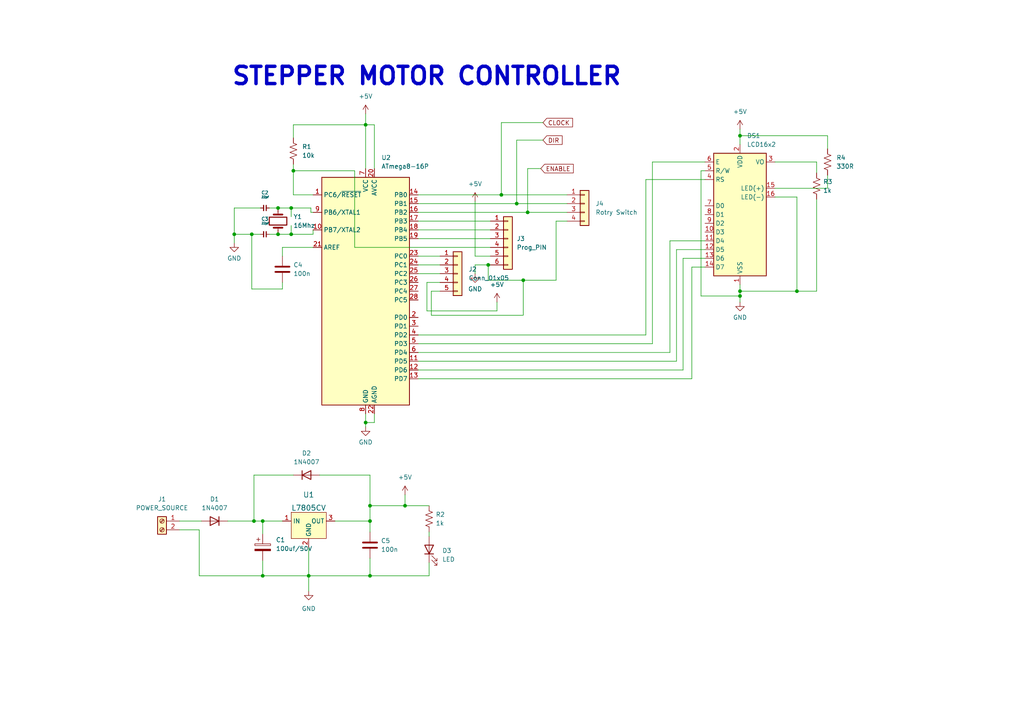
<source format=kicad_sch>
(kicad_sch (version 20211123) (generator eeschema)
  (paper "A4")
  (lib_symbols
    (symbol "Connector:Screw_Terminal_01x02" (pin_names (offset 1.016) hide)
      (property "Reference" "J" (at 0 2.54 0))
      (property "Value" "Screw_Terminal_01x02" (at 0 -5.08 0))
      (symbol "Screw_Terminal_01x02_1_1"
        (rectangle (start -1.27 1.27) (end 1.27 -3.81) (stroke (width 0.254)) (fill (type background)))
        (circle (center 0 -2.54) (radius 0.635) (stroke (width 0.1524)))
        (polyline (pts (xy -0.5334 -2.2098) (xy 0.3302 -3.048)) (stroke (width 0.1524)))
        (polyline (pts (xy -0.5334 0.3302) (xy 0.3302 -0.508)) (stroke (width 0.1524)))
        (polyline (pts (xy -0.3556 -2.032) (xy 0.508 -2.8702)) (stroke (width 0.1524)))
        (polyline (pts (xy -0.3556 0.508) (xy 0.508 -0.3302)) (stroke (width 0.1524)))
        (circle (center 0 0) (radius 0.635) (stroke (width 0.1524)))
        (pin passive line (at -5.08 0 0) (length 3.81) (name "Pin_1") (number "1"))
        (pin passive line (at -5.08 -2.54 0) (length 3.81) (name "Pin_2") (number "2"))
      )
    )
    (symbol "Connector_Generic:Conn_01x04" (pin_names (offset 1.016) hide)
      (property "Reference" "J" (at 0 5.08 0))
      (property "Value" "Conn_01x04" (at 0 -7.62 0))
      (symbol "Conn_01x04_1_1"
        (rectangle (start -1.27 -4.953) (end 0 -5.207) (stroke (width 0.1524)))
        (rectangle (start -1.27 -2.413) (end 0 -2.667) (stroke (width 0.1524)))
        (rectangle (start -1.27 0.127) (end 0 -0.127) (stroke (width 0.1524)))
        (rectangle (start -1.27 2.667) (end 0 2.413) (stroke (width 0.1524)))
        (rectangle (start -1.27 3.81) (end 1.27 -6.35) (stroke (width 0.254)) (fill (type background)))
        (pin passive line (at -5.08 2.54 0) (length 3.81) (name "Pin_1") (number "1"))
        (pin passive line (at -5.08 0 0) (length 3.81) (name "Pin_2") (number "2"))
        (pin passive line (at -5.08 -2.54 0) (length 3.81) (name "Pin_3") (number "3"))
        (pin passive line (at -5.08 -5.08 0) (length 3.81) (name "Pin_4") (number "4"))
      )
    )
    (symbol "Connector_Generic:Conn_01x05" (pin_names (offset 1.016) hide)
      (property "Reference" "J" (at 0 7.62 0))
      (property "Value" "Conn_01x05" (at 0 -7.62 0))
      (symbol "Conn_01x05_1_1"
        (rectangle (start -1.27 -4.953) (end 0 -5.207) (stroke (width 0.1524)))
        (rectangle (start -1.27 -2.413) (end 0 -2.667) (stroke (width 0.1524)))
        (rectangle (start -1.27 0.127) (end 0 -0.127) (stroke (width 0.1524)))
        (rectangle (start -1.27 2.667) (end 0 2.413) (stroke (width 0.1524)))
        (rectangle (start -1.27 5.207) (end 0 4.953) (stroke (width 0.1524)))
        (rectangle (start -1.27 6.35) (end 1.27 -6.35) (stroke (width 0.254)) (fill (type background)))
        (pin passive line (at -5.08 5.08 0) (length 3.81) (name "Pin_1") (number "1"))
        (pin passive line (at -5.08 2.54 0) (length 3.81) (name "Pin_2") (number "2"))
        (pin passive line (at -5.08 0 0) (length 3.81) (name "Pin_3") (number "3"))
        (pin passive line (at -5.08 -2.54 0) (length 3.81) (name "Pin_4") (number "4"))
        (pin passive line (at -5.08 -5.08 0) (length 3.81) (name "Pin_5") (number "5"))
      )
    )
    (symbol "Connector_Generic:Conn_01x06" (pin_names (offset 1.016) hide)
      (property "Reference" "J" (at 0 7.62 0))
      (property "Value" "Conn_01x06" (at 0 -10.16 0))
      (symbol "Conn_01x06_1_1"
        (rectangle (start -1.27 -7.493) (end 0 -7.747) (stroke (width 0.1524)))
        (rectangle (start -1.27 -4.953) (end 0 -5.207) (stroke (width 0.1524)))
        (rectangle (start -1.27 -2.413) (end 0 -2.667) (stroke (width 0.1524)))
        (rectangle (start -1.27 0.127) (end 0 -0.127) (stroke (width 0.1524)))
        (rectangle (start -1.27 2.667) (end 0 2.413) (stroke (width 0.1524)))
        (rectangle (start -1.27 5.207) (end 0 4.953) (stroke (width 0.1524)))
        (rectangle (start -1.27 6.35) (end 1.27 -8.89) (stroke (width 0.254)) (fill (type background)))
        (pin passive line (at -5.08 5.08 0) (length 3.81) (name "Pin_1") (number "1"))
        (pin passive line (at -5.08 2.54 0) (length 3.81) (name "Pin_2") (number "2"))
        (pin passive line (at -5.08 0 0) (length 3.81) (name "Pin_3") (number "3"))
        (pin passive line (at -5.08 -2.54 0) (length 3.81) (name "Pin_4") (number "4"))
        (pin passive line (at -5.08 -5.08 0) (length 3.81) (name "Pin_5") (number "5"))
        (pin passive line (at -5.08 -7.62 0) (length 3.81) (name "Pin_6") (number "6"))
      )
    )
    (symbol "Device:C" (pin_numbers hide) (pin_names (offset 0.254))
      (property "Reference" "C" (at 0.635 2.54 0))
      (property "Value" "C" (at 0.635 -2.54 0))
      (symbol "C_0_1"
        (polyline (pts (xy -2.032 -0.762) (xy 2.032 -0.762)) (stroke (width 0.508)))
        (polyline (pts (xy -2.032 0.762) (xy 2.032 0.762)) (stroke (width 0.508)))
      )
      (symbol "C_1_1"
        (pin passive line (at 0 3.81 270) (length 2.794) (name "~") (number "1"))
        (pin passive line (at 0 -3.81 90) (length 2.794) (name "~") (number "2"))
      )
    )
    (symbol "Device:C_Polarized" (pin_numbers hide) (pin_names (offset 0.254))
      (property "Reference" "C" (at 0.635 2.54 0))
      (property "Value" "C_Polarized" (at 0.635 -2.54 0))
      (symbol "C_Polarized_0_1"
        (rectangle (start -2.286 0.508) (end 2.286 1.016))
        (polyline (pts (xy -1.778 2.286) (xy -0.762 2.286)))
        (polyline (pts (xy -1.27 2.794) (xy -1.27 1.778)))
        (rectangle (start 2.286 -0.508) (end -2.286 -1.016) (fill (type outline)))
      )
      (symbol "C_Polarized_1_1"
        (pin passive line (at 0 3.81 270) (length 2.794) (name "~") (number "1"))
        (pin passive line (at 0 -3.81 90) (length 2.794) (name "~") (number "2"))
      )
    )
    (symbol "Device:Crystal" (pin_numbers hide) (pin_names (offset 1.016) hide)
      (property "Reference" "Y" (at 0 3.81 0))
      (property "Value" "Crystal" (at 0 -3.81 0))
      (symbol "Crystal_0_1"
        (rectangle (start -1.143 2.54) (end 1.143 -2.54) (stroke (width 0.3048)))
        (polyline (pts (xy -2.54 0) (xy -1.905 0)))
        (polyline (pts (xy -1.905 -1.27) (xy -1.905 1.27)) (stroke (width 0.508)))
        (polyline (pts (xy 1.905 -1.27) (xy 1.905 1.27)) (stroke (width 0.508)))
        (polyline (pts (xy 2.54 0) (xy 1.905 0)))
      )
      (symbol "Crystal_1_1"
        (pin passive line (at -3.81 0 0) (length 1.27) (name "1") (number "1"))
        (pin passive line (at 3.81 0 180) (length 1.27) (name "2") (number "2"))
      )
    )
    (symbol "Device:LED" (pin_numbers hide) (pin_names (offset 1.016) hide)
      (property "Reference" "D" (at 0 2.54 0))
      (property "Value" "LED" (at 0 -2.54 0))
      (symbol "LED_0_1"
        (polyline (pts (xy -1.27 -1.27) (xy -1.27 1.27)) (stroke (width 0.254)))
        (polyline (pts (xy -1.27 0) (xy 1.27 0)))
        (polyline (pts (xy 1.27 -1.27) (xy 1.27 1.27) (xy -1.27 0) (xy 1.27 -1.27)) (stroke (width 0.254)))
        (polyline (pts (xy -3.048 -0.762) (xy -4.572 -2.286) (xy -3.81 -2.286) (xy -4.572 -2.286) (xy -4.572 -1.524)))
        (polyline (pts (xy -1.778 -0.762) (xy -3.302 -2.286) (xy -2.54 -2.286) (xy -3.302 -2.286) (xy -3.302 -1.524)))
      )
      (symbol "LED_1_1"
        (pin passive line (at -3.81 0 0) (length 2.54) (name "K") (number "1"))
        (pin passive line (at 3.81 0 180) (length 2.54) (name "A") (number "2"))
      )
    )
    (symbol "Device:R_US" (pin_numbers hide) (pin_names (offset 0))
      (property "Reference" "R" (at 2.54 0 90))
      (property "Value" "R_US" (at -2.54 0 90))
      (symbol "R_US_0_1"
        (polyline (pts (xy 0 -2.286) (xy 0 -2.54)))
        (polyline (pts (xy 0 2.286) (xy 0 2.54)))
        (polyline (pts (xy 0 -0.762) (xy 1.016 -1.143) (xy 0 -1.524) (xy -1.016 -1.905) (xy 0 -2.286)))
        (polyline (pts (xy 0 0.762) (xy 1.016 0.381) (xy 0 0) (xy -1.016 -0.381) (xy 0 -0.762)))
        (polyline (pts (xy 0 2.286) (xy 1.016 1.905) (xy 0 1.524) (xy -1.016 1.143) (xy 0 0.762)))
      )
      (symbol "R_US_1_1"
        (pin passive line (at 0 3.81 270) (length 1.27) (name "~") (number "1"))
        (pin passive line (at 0 -3.81 90) (length 1.27) (name "~") (number "2"))
      )
    )
    (symbol "Diode:1N4007" (pin_numbers hide) (pin_names (offset 1.016) hide)
      (property "Reference" "D" (at 0 2.54 0))
      (property "Value" "1N4007" (at 0 -2.54 0))
      (symbol "1N4007_0_1"
        (polyline (pts (xy -1.27 1.27) (xy -1.27 -1.27)) (stroke (width 0.254)))
        (polyline (pts (xy 1.27 0) (xy -1.27 0)))
        (polyline (pts (xy 1.27 1.27) (xy 1.27 -1.27) (xy -1.27 0) (xy 1.27 1.27)) (stroke (width 0.254)))
      )
      (symbol "1N4007_1_1"
        (pin passive line (at -3.81 0 0) (length 2.54) (name "K") (number "1"))
        (pin passive line (at 3.81 0 180) (length 2.54) (name "A") (number "2"))
      )
    )
    (symbol "Display_Character:WC1602A"
      (property "Reference" "DS" (at -5.842 19.05 0))
      (property "Value" "WC1602A" (at 5.334 19.05 0))
      (symbol "WC1602A_1_1"
        (rectangle (start -7.62 17.78) (end 7.62 -17.78) (stroke (width 0.254)) (fill (type background)))
        (pin power_in line (at 0 -20.32 90) (length 2.54) (name "VSS") (number "1"))
        (pin input line (at -10.16 -5.08 0) (length 2.54) (name "D3") (number "10"))
        (pin input line (at -10.16 -7.62 0) (length 2.54) (name "D4") (number "11"))
        (pin input line (at -10.16 -10.16 0) (length 2.54) (name "D5") (number "12"))
        (pin input line (at -10.16 -12.7 0) (length 2.54) (name "D6") (number "13"))
        (pin input line (at -10.16 -15.24 0) (length 2.54) (name "D7") (number "14"))
        (pin power_in line (at 10.16 7.62 180) (length 2.54) (name "LED(+)") (number "15"))
        (pin power_in line (at 10.16 5.08 180) (length 2.54) (name "LED(-)") (number "16"))
        (pin power_in line (at 0 20.32 270) (length 2.54) (name "VDD") (number "2"))
        (pin input line (at 10.16 15.24 180) (length 2.54) (name "VO") (number "3"))
        (pin input line (at -10.16 10.16 0) (length 2.54) (name "RS") (number "4"))
        (pin input line (at -10.16 12.7 0) (length 2.54) (name "R/W") (number "5"))
        (pin input line (at -10.16 15.24 0) (length 2.54) (name "E") (number "6"))
        (pin input line (at -10.16 2.54 0) (length 2.54) (name "D0") (number "7"))
        (pin input line (at -10.16 0 0) (length 2.54) (name "D1") (number "8"))
        (pin input line (at -10.16 -2.54 0) (length 2.54) (name "D2") (number "9"))
      )
    )
    (symbol "MCU_Microchip_ATmega:ATmega8-16P"
      (property "Reference" "U" (at -12.7 34.29 0))
      (property "Value" "ATmega8-16P" (at 5.08 -34.29 0))
      (symbol "ATmega8-16P_0_1"
        (rectangle (start -12.7 -33.02) (end 12.7 33.02) (stroke (width 0.254)) (fill (type background)))
      )
      (symbol "ATmega8-16P_1_1"
        (pin bidirectional line (at -15.24 27.94 0) (length 2.54) (name "PC6/~{RESET}") (number "1"))
        (pin bidirectional line (at -15.24 17.78 0) (length 2.54) (name "PB7/XTAL2") (number "10"))
        (pin bidirectional line (at 15.24 -20.32 180) (length 2.54) (name "PD5") (number "11"))
        (pin bidirectional line (at 15.24 -22.86 180) (length 2.54) (name "PD6") (number "12"))
        (pin bidirectional line (at 15.24 -25.4 180) (length 2.54) (name "PD7") (number "13"))
        (pin bidirectional line (at 15.24 27.94 180) (length 2.54) (name "PB0") (number "14"))
        (pin bidirectional line (at 15.24 25.4 180) (length 2.54) (name "PB1") (number "15"))
        (pin bidirectional line (at 15.24 22.86 180) (length 2.54) (name "PB2") (number "16"))
        (pin bidirectional line (at 15.24 20.32 180) (length 2.54) (name "PB3") (number "17"))
        (pin bidirectional line (at 15.24 17.78 180) (length 2.54) (name "PB4") (number "18"))
        (pin bidirectional line (at 15.24 15.24 180) (length 2.54) (name "PB5") (number "19"))
        (pin bidirectional line (at 15.24 -7.62 180) (length 2.54) (name "PD0") (number "2"))
        (pin power_in line (at 2.54 35.56 270) (length 2.54) (name "AVCC") (number "20"))
        (pin passive line (at -15.24 12.7 0) (length 2.54) (name "AREF") (number "21"))
        (pin power_in line (at 2.54 -35.56 90) (length 2.54) (name "AGND") (number "22"))
        (pin bidirectional line (at 15.24 10.16 180) (length 2.54) (name "PC0") (number "23"))
        (pin bidirectional line (at 15.24 7.62 180) (length 2.54) (name "PC1") (number "24"))
        (pin bidirectional line (at 15.24 5.08 180) (length 2.54) (name "PC2") (number "25"))
        (pin bidirectional line (at 15.24 2.54 180) (length 2.54) (name "PC3") (number "26"))
        (pin bidirectional line (at 15.24 0 180) (length 2.54) (name "PC4") (number "27"))
        (pin bidirectional line (at 15.24 -2.54 180) (length 2.54) (name "PC5") (number "28"))
        (pin bidirectional line (at 15.24 -10.16 180) (length 2.54) (name "PD1") (number "3"))
        (pin bidirectional line (at 15.24 -12.7 180) (length 2.54) (name "PD2") (number "4"))
        (pin bidirectional line (at 15.24 -15.24 180) (length 2.54) (name "PD3") (number "5"))
        (pin bidirectional line (at 15.24 -17.78 180) (length 2.54) (name "PD4") (number "6"))
        (pin power_in line (at 0 35.56 270) (length 2.54) (name "VCC") (number "7"))
        (pin power_in line (at 0 -35.56 90) (length 2.54) (name "GND") (number "8"))
        (pin bidirectional line (at -15.24 22.86 0) (length 2.54) (name "PB6/XTAL1") (number "9"))
      )
    )
    (symbol "OLIMEX_RCL:Cap_Small" (pin_numbers hide) (pin_names (offset 0.254) hide)
      (property "Reference" "C" (at 0.254 1.27 0))
      (property "Value" "Cap_Small" (at 0.508 -1.016 0))
      (symbol "Cap_Small_0_1"
        (polyline (pts (xy -0.762 -0.381) (xy 0.762 -0.381)) (stroke (width 0.3302)))
        (polyline (pts (xy -0.762 0.381) (xy 0.762 0.381)) (stroke (width 0.3048)))
      )
      (symbol "Cap_Small_1_1"
        (pin passive line (at 0 1.27 270) (length 0.7874) (name "1") (number "1"))
        (pin passive line (at 0 -1.27 90) (length 0.7874) (name "2") (number "2"))
      )
    )
    (symbol "dk_PMIC-Voltage-Regulators-Linear:L7805CV"
      (property "Reference" "U" (at 0 3.81 0))
      (property "Value" "L7805CV" (at 0 6.35 0))
      (symbol "L7805CV_1_1"
        (rectangle (start -5.08 2.54) (end 5.08 -5.08) (fill (type background)))
        (pin power_in line (at -7.62 0 0) (length 2.54) (name "IN") (number "1"))
        (pin power_in line (at 0 -7.62 90) (length 2.54) (name "GND") (number "2"))
        (pin power_out line (at 7.62 0 180) (length 2.54) (name "OUT") (number "3"))
      )
    )
    (symbol "power:+5V" (power) (pin_names (offset 0))
      (property "Value" "+5V" (at 0 3.556 0))
      (symbol "+5V_0_1"
        (polyline (pts (xy -0.762 1.27) (xy 0 2.54)))
        (polyline (pts (xy 0 0) (xy 0 2.54)))
        (polyline (pts (xy 0 2.54) (xy 0.762 1.27)))
      )
      (symbol "+5V_1_1"
        (pin power_in line (at 0 0 90) (length 0) hide (name "+5V") (number "1"))
      )
    )
    (symbol "power:GND" (power) (pin_names (offset 0))
      (property "Value" "GND" (at 0 -3.81 0))
      (symbol "GND_0_1"
        (polyline (pts (xy 0 0) (xy 0 -1.27) (xy 1.27 -1.27) (xy 0 -2.54) (xy -1.27 -1.27) (xy 0 -1.27)))
      )
      (symbol "GND_1_1"
        (pin power_in line (at 0 0 270) (length 0) hide (name "GND") (number "1"))
      )
    )
  )
  (junction (at 73.025 67.945))
  (junction (at 151.765 81.28))
  (junction (at 76.2 167.005))
  (junction (at 214.63 84.455))
  (junction (at 107.315 151.13))
  (junction (at 67.945 67.945))
  (junction (at 106.045 36.195))
  (junction (at 141.605 76.835))
  (junction (at 85.09 49.53))
  (junction (at 76.2 151.13))
  (junction (at 214.63 85.852))
  (junction (at 80.645 67.945))
  (junction (at 117.475 146.685))
  (junction (at 153.035 61.595))
  (junction (at 80.645 60.325))
  (junction (at 84.455 67.945))
  (junction (at 73.66 151.13))
  (junction (at 107.315 167.005))
  (junction (at 145.415 56.515))
  (junction (at 231.14 84.455))
  (junction (at 107.315 146.685))
  (junction (at 149.86 59.055))
  (junction (at 89.535 167.005))
  (junction (at 84.455 60.325))
  (junction (at 214.63 39.37))
  (junction (at 106.045 122.555))
  (wire (pts (xy 151.765 91.44) (xy 151.765 81.28)))
  (wire (pts (xy 144.145 90.17) (xy 144.145 87.63)))
  (wire (pts (xy 156.845 48.895) (xy 153.035 48.895)))
  (wire (pts (xy 81.915 71.755) (xy 81.915 74.295)))
  (wire (pts (xy 149.86 40.64) (xy 149.86 59.055)))
  (wire (pts (xy 102.87 49.53) (xy 85.09 49.53)))
  (wire (pts (xy 73.025 67.945) (xy 75.565 67.945)))
  (wire (pts (xy 203.327 85.852) (xy 214.63 85.852)))
  (wire (pts (xy 107.315 167.005) (xy 124.46 167.005)))
  (wire (pts (xy 85.09 137.795) (xy 73.66 137.795)))
  (wire (pts (xy 121.285 74.295) (xy 127.635 74.295)))
  (wire (pts (xy 121.285 76.835) (xy 127.635 76.835)))
  (wire (pts (xy 198.12 74.93) (xy 198.12 107.315)))
  (wire (pts (xy 121.285 79.375) (xy 127.635 79.375)))
  (wire (pts (xy 108.585 122.555) (xy 106.045 122.555)))
  (wire (pts (xy 73.025 83.82) (xy 73.025 67.945)))
  (wire (pts (xy 52.07 151.13) (xy 58.42 151.13)))
  (wire (pts (xy 149.86 59.055) (xy 164.465 59.055)))
  (wire (pts (xy 85.09 36.195) (xy 85.09 40.005)))
  (wire (pts (xy 157.48 35.56) (xy 145.415 35.56)))
  (wire (pts (xy 107.315 137.795) (xy 107.315 146.685)))
  (wire (pts (xy 121.285 61.595) (xy 153.035 61.595)))
  (wire (pts (xy 214.63 39.37) (xy 240.03 39.37)))
  (wire (pts (xy 78.105 67.945) (xy 80.645 67.945)))
  (wire (pts (xy 141.605 76.835) (xy 137.795 76.835)))
  (wire (pts (xy 196.215 72.39) (xy 204.47 72.39)))
  (wire (pts (xy 157.48 40.64) (xy 149.86 40.64)))
  (wire (pts (xy 224.79 46.99) (xy 236.855 46.99)))
  (wire (pts (xy 90.805 66.675) (xy 90.805 67.945)))
  (wire (pts (xy 73.66 137.795) (xy 73.66 151.13)))
  (wire (pts (xy 108.585 120.015) (xy 108.585 122.555)))
  (wire (pts (xy 189.23 46.99) (xy 189.23 99.695)))
  (wire (pts (xy 142.24 71.755) (xy 102.87 71.755)))
  (wire (pts (xy 66.04 151.13) (xy 73.66 151.13)))
  (wire (pts (xy 81.915 83.82) (xy 73.025 83.82)))
  (wire (pts (xy 151.765 81.28) (xy 141.605 81.28)))
  (wire (pts (xy 90.17 61.595) (xy 90.17 60.325)))
  (wire (pts (xy 125.095 84.455) (xy 125.095 91.44)))
  (wire (pts (xy 76.2 167.005) (xy 89.535 167.005)))
  (wire (pts (xy 214.63 85.852) (xy 214.63 87.63)))
  (wire (pts (xy 106.045 122.555) (xy 106.045 123.825)))
  (wire (pts (xy 89.535 167.005) (xy 89.535 171.45)))
  (wire (pts (xy 107.315 146.685) (xy 107.315 151.13)))
  (wire (pts (xy 200.66 77.47) (xy 200.66 109.855)))
  (wire (pts (xy 85.09 49.53) (xy 85.09 47.625)))
  (wire (pts (xy 57.785 153.67) (xy 57.785 167.005)))
  (wire (pts (xy 236.855 57.785) (xy 236.855 84.455)))
  (wire (pts (xy 231.14 57.15) (xy 231.14 84.455)))
  (wire (pts (xy 102.87 71.755) (xy 102.87 49.53)))
  (wire (pts (xy 198.12 74.93) (xy 204.47 74.93)))
  (wire (pts (xy 204.47 52.07) (xy 187.325 52.07)))
  (wire (pts (xy 106.045 36.195) (xy 85.09 36.195)))
  (wire (pts (xy 67.945 67.945) (xy 73.025 67.945)))
  (wire (pts (xy 137.795 58.42) (xy 137.795 74.295)))
  (wire (pts (xy 214.63 84.455) (xy 214.63 85.852)))
  (wire (pts (xy 137.795 74.295) (xy 142.24 74.295)))
  (wire (pts (xy 57.785 167.005) (xy 76.2 167.005)))
  (wire (pts (xy 141.605 81.28) (xy 141.605 76.835)))
  (wire (pts (xy 75.565 60.325) (xy 67.945 60.325)))
  (wire (pts (xy 224.79 57.15) (xy 231.14 57.15)))
  (wire (pts (xy 194.31 69.85) (xy 204.47 69.85)))
  (wire (pts (xy 121.285 107.315) (xy 198.12 107.315)))
  (wire (pts (xy 194.31 69.85) (xy 194.31 102.235)))
  (wire (pts (xy 187.325 52.07) (xy 187.325 97.155)))
  (wire (pts (xy 117.475 146.685) (xy 107.315 146.685)))
  (wire (pts (xy 84.455 67.945) (xy 80.645 67.945)))
  (wire (pts (xy 153.035 61.595) (xy 164.465 61.595)))
  (wire (pts (xy 153.035 48.895) (xy 153.035 61.595)))
  (wire (pts (xy 121.285 109.855) (xy 200.66 109.855)))
  (wire (pts (xy 142.24 76.835) (xy 141.605 76.835)))
  (wire (pts (xy 214.63 37.465) (xy 214.63 39.37)))
  (wire (pts (xy 127.635 81.915) (xy 123.825 81.915)))
  (wire (pts (xy 121.285 64.135) (xy 142.24 64.135)))
  (wire (pts (xy 84.455 62.865) (xy 84.455 60.325)))
  (wire (pts (xy 73.66 151.13) (xy 76.2 151.13)))
  (wire (pts (xy 204.47 49.53) (xy 203.327 49.53)))
  (wire (pts (xy 121.285 102.235) (xy 194.31 102.235)))
  (wire (pts (xy 117.475 146.685) (xy 124.46 146.685)))
  (wire (pts (xy 145.415 56.515) (xy 164.465 56.515)))
  (wire (pts (xy 161.29 81.28) (xy 151.765 81.28)))
  (wire (pts (xy 127.635 84.455) (xy 125.095 84.455)))
  (wire (pts (xy 76.2 162.56) (xy 76.2 167.005)))
  (wire (pts (xy 81.915 81.915) (xy 81.915 83.82)))
  (wire (pts (xy 121.285 104.775) (xy 196.215 104.775)))
  (wire (pts (xy 145.415 35.56) (xy 145.415 56.515)))
  (wire (pts (xy 90.805 67.945) (xy 84.455 67.945)))
  (wire (pts (xy 214.63 39.37) (xy 214.63 41.91)))
  (wire (pts (xy 200.66 77.47) (xy 204.47 77.47)))
  (wire (pts (xy 90.805 56.515) (xy 85.09 56.515)))
  (wire (pts (xy 121.285 66.675) (xy 142.24 66.675)))
  (wire (pts (xy 137.795 76.835) (xy 137.795 79.375)))
  (wire (pts (xy 224.79 54.61) (xy 240.03 54.61)))
  (wire (pts (xy 240.03 54.61) (xy 240.03 50.8)))
  (wire (pts (xy 97.155 151.13) (xy 107.315 151.13)))
  (wire (pts (xy 106.045 36.195) (xy 106.045 48.895)))
  (wire (pts (xy 106.045 33.02) (xy 106.045 36.195)))
  (wire (pts (xy 108.585 48.895) (xy 108.585 36.195)))
  (wire (pts (xy 189.23 99.695) (xy 121.285 99.695)))
  (wire (pts (xy 214.63 82.55) (xy 214.63 84.455)))
  (wire (pts (xy 76.2 151.13) (xy 76.2 154.94)))
  (wire (pts (xy 107.315 151.13) (xy 107.315 154.305)))
  (wire (pts (xy 121.285 69.215) (xy 142.24 69.215)))
  (wire (pts (xy 78.105 60.325) (xy 80.645 60.325)))
  (wire (pts (xy 124.46 163.195) (xy 124.46 167.005)))
  (wire (pts (xy 121.285 56.515) (xy 145.415 56.515)))
  (wire (pts (xy 67.945 67.945) (xy 67.945 70.485)))
  (wire (pts (xy 107.315 161.925) (xy 107.315 167.005)))
  (wire (pts (xy 90.805 71.755) (xy 81.915 71.755)))
  (wire (pts (xy 187.325 97.155) (xy 121.285 97.155)))
  (wire (pts (xy 240.03 43.18) (xy 240.03 39.37)))
  (wire (pts (xy 106.045 120.015) (xy 106.045 122.555)))
  (wire (pts (xy 107.315 167.005) (xy 89.535 167.005)))
  (wire (pts (xy 90.17 60.325) (xy 84.455 60.325)))
  (wire (pts (xy 123.825 90.17) (xy 144.145 90.17)))
  (wire (pts (xy 84.455 60.325) (xy 80.645 60.325)))
  (wire (pts (xy 196.215 72.39) (xy 196.215 104.775)))
  (wire (pts (xy 84.455 65.405) (xy 84.455 67.945)))
  (wire (pts (xy 164.465 64.135) (xy 161.29 64.135)))
  (wire (pts (xy 231.14 84.455) (xy 214.63 84.455)))
  (wire (pts (xy 203.327 49.53) (xy 203.327 85.852)))
  (wire (pts (xy 204.47 46.99) (xy 189.23 46.99)))
  (wire (pts (xy 123.825 81.915) (xy 123.825 90.17)))
  (wire (pts (xy 236.855 46.99) (xy 236.855 50.165)))
  (wire (pts (xy 89.535 167.005) (xy 89.535 158.75)))
  (wire (pts (xy 125.095 91.44) (xy 151.765 91.44)))
  (wire (pts (xy 90.805 61.595) (xy 90.17 61.595)))
  (wire (pts (xy 92.71 137.795) (xy 107.315 137.795)))
  (wire (pts (xy 236.855 84.455) (xy 231.14 84.455)))
  (wire (pts (xy 121.285 59.055) (xy 149.86 59.055)))
  (wire (pts (xy 108.585 36.195) (xy 106.045 36.195)))
  (wire (pts (xy 161.29 64.135) (xy 161.29 81.28)))
  (wire (pts (xy 67.945 60.325) (xy 67.945 67.945)))
  (wire (pts (xy 85.09 56.515) (xy 85.09 49.53)))
  (wire (pts (xy 52.07 153.67) (xy 57.785 153.67)))
  (wire (pts (xy 124.46 154.305) (xy 124.46 155.575)))
  (wire (pts (xy 76.2 151.13) (xy 81.915 151.13)))
  (wire (pts (xy 117.475 143.51) (xy 117.475 146.685)))
  (text "STEPPER MOTOR CONTROLLER" (at 66.929 25.146 0) (effects (font (size 5 5) (thickness 1) bold) (justify left bottom)))
  (global_label "ENABLE" (shape input) (at 156.845 48.895 0) (property "Intersheet References" "${INTERSHEET_REFS}" (effects hide)))
  (global_label "DIR" (shape input) (at 157.48 40.64 0) (property "Intersheet References" "${INTERSHEET_REFS}" (effects hide)))
  (global_label "CLOCK" (shape input) (at 157.48 35.56 0) (property "Intersheet References" "${INTERSHEET_REFS}" (effects hide)))
  (symbol (lib_id "Device:R_US") (at 240.03 46.99 0) (unit 1)
    (property "Reference" "R4" (at 242.57 45.7199 0) (effects (justify left)))
    (property "Value" "330R" (at 242.57 48.2599 0) (effects (justify left)))
    (property "Footprint" "Resistor_THT:R_Axial_DIN0207_L6.3mm_D2.5mm_P10.16mm_Horizontal" (effects hide))
  )
  (symbol (lib_id "Connector_Generic:Conn_01x06") (at 147.32 69.215 0) (unit 1)
    (property "Reference" "J3" (at 149.86 69.2149 0) (effects (justify left)))
    (property "Value" "Prog_PIN" (at 149.86 71.7549 0) (effects (justify left)))
    (property "Footprint" "Connector_PinHeader_2.54mm:PinHeader_1x06_P2.54mm_Vertical" (effects hide))
  )
  (symbol (lib_id "Device:R_US") (at 236.855 53.975 0) (unit 1)
    (property "Reference" "R3" (at 238.76 52.7049 0) (effects (justify left)))
    (property "Value" "1k" (at 238.76 55.2449 0) (effects (justify left)))
    (property "Footprint" "Resistor_THT:R_Axial_DIN0207_L6.3mm_D2.5mm_P10.16mm_Horizontal" (effects hide))
  )
  (symbol (lib_id "power:+5V") (at 214.63 37.465 0) (unit 1)
    (property "Reference" "#PWR09" (effects hide))
    (property "Value" "+5V" (at 214.63 32.385 0))
  )
  (symbol (lib_id "OLIMEX_RCL:Cap_Small") (at 76.835 60.325 270) (unit 1)
    (property "Reference" "C2" (at 76.8286 55.88 90) (effects (font (size 0.9906 0.9906))))
    (property "Value" "22pf" (at 76.8286 57.15 90) (effects (font (size 0.6096 0.6096) italic)))
    (property "Footprint" "Capacitor_THT:C_Disc_D4.3mm_W1.9mm_P5.00mm" (effects hide))
  )
  (symbol (lib_id "power:GND") (at 214.63 87.63 0) (unit 1)
    (property "Reference" "#PWR010" (effects hide))
    (property "Value" "GND" (at 214.63 92.075 0))
  )
  (symbol (lib_id "MCU_Microchip_ATmega:ATmega8-16P") (at 106.045 84.455 0) (unit 1)
    (property "Reference" "U2" (at 110.6044 45.72 0) (effects (justify left)))
    (property "Value" "ATmega8-16P" (at 110.6044 48.26 0) (effects (justify left)))
    (property "Footprint" "Package_DIP:DIP-28_W7.62mm_LongPads" (effects hide))
    (property "Datasheet" "http://ww1.microchip.com/downloads/en/DeviceDoc/atmel-2486-8-bit-avr-microcontroller-atmega8_l_datasheet.pdf" (effects hide))
  )
  (symbol (lib_id "Device:LED") (at 124.46 159.385 90) (unit 1)
    (property "Reference" "D3" (at 128.27 159.7024 90) (effects (justify right)))
    (property "Value" "LED" (at 128.27 162.2424 90) (effects (justify right)))
    (property "Footprint" "LED_THT:LED_D5.0mm_FlatTop" (effects hide))
  )
  (symbol (lib_id "power:GND") (at 137.795 79.375 0) (unit 1)
    (property "Reference" "#PWR07" (effects hide))
    (property "Value" "GND" (at 137.795 83.82 0))
  )
  (symbol (lib_id "Device:R_US") (at 85.09 43.815 0) (unit 1)
    (property "Reference" "R1" (at 87.63 42.5449 0) (effects (justify left)))
    (property "Value" "10k" (at 87.63 45.0849 0) (effects (justify left)))
    (property "Footprint" "Resistor_THT:R_Axial_DIN0207_L6.3mm_D2.5mm_P10.16mm_Horizontal" (effects hide))
  )
  (symbol (lib_id "Device:C") (at 81.915 78.105 0) (unit 1)
    (property "Reference" "C4" (at 85.09 76.8349 0) (effects (justify left)))
    (property "Value" "100n" (at 85.09 79.3749 0) (effects (justify left)))
    (property "Footprint" "Capacitor_THT:C_Disc_D4.3mm_W1.9mm_P5.00mm" (effects hide))
  )
  (symbol (lib_id "Device:R_US") (at 124.46 150.495 0) (unit 1)
    (property "Reference" "R2" (at 126.365 149.2249 0) (effects (justify left)))
    (property "Value" "1k" (at 126.365 151.7649 0) (effects (justify left)))
    (property "Footprint" "Resistor_THT:R_Axial_DIN0207_L6.3mm_D2.5mm_P10.16mm_Horizontal" (effects hide))
  )
  (symbol (lib_id "Device:C") (at 107.315 158.115 0) (unit 1)
    (property "Reference" "C5" (at 110.49 156.8449 0) (effects (justify left)))
    (property "Value" "100n" (at 110.49 159.3849 0) (effects (justify left)))
    (property "Footprint" "Capacitor_THT:C_Disc_D4.3mm_W1.9mm_P5.00mm" (effects hide))
  )
  (symbol (lib_id "Device:C_Polarized") (at 76.2 158.75 0) (unit 1)
    (property "Reference" "C1" (at 80.01 156.5909 0) (effects (justify left)))
    (property "Value" "100uf/50V" (at 80.01 159.1309 0) (effects (justify left)))
    (property "Footprint" "Capacitor_THT:CP_Radial_D8.0mm_P3.80mm" (effects hide))
  )
  (symbol (lib_id "Connector_Generic:Conn_01x04") (at 169.545 59.055 0) (unit 1)
    (property "Reference" "J4" (at 172.72 59.0549 0) (effects (justify left)))
    (property "Value" "Rotry Switch" (at 172.72 61.5949 0) (effects (justify left)))
    (property "Footprint" "Connector_PinHeader_2.54mm:PinHeader_1x04_P2.54mm_Vertical" (effects hide))
  )
  (symbol (lib_id "Connector:Screw_Terminal_01x02") (at 46.99 151.13 0) (mirror y) (unit 1)
    (property "Reference" "J1" (at 46.99 144.78 0))
    (property "Value" "POWER_SOURCE" (at 46.99 147.32 0))
    (property "Footprint" "TerminalBlock_Phoenix:TerminalBlock_Phoenix_MKDS-1,5-2-5.08_1x02_P5.08mm_Horizontal" (effects hide))
  )
  (symbol (lib_id "power:GND") (at 89.535 171.45 0) (unit 1)
    (property "Reference" "#PWR02" (effects hide))
    (property "Value" "GND" (at 89.535 176.53 0))
  )
  (symbol (lib_id "Diode:1N4007") (at 62.23 151.13 180) (unit 1)
    (property "Reference" "D1" (at 62.23 144.78 0))
    (property "Value" "1N4007" (at 62.23 147.32 0))
    (property "Footprint" "Diode_THT:D_DO-41_SOD81_P10.16mm_Horizontal" (effects hide))
    (property "Datasheet" "http://www.vishay.com/docs/88503/1n4001.pdf" (effects hide))
  )
  (symbol (lib_id "Diode:1N4007") (at 88.9 137.795 0) (unit 1)
    (property "Reference" "D2" (at 88.9 131.445 0))
    (property "Value" "1N4007" (at 88.9 133.985 0))
    (property "Footprint" "Diode_THT:D_DO-41_SOD81_P10.16mm_Horizontal" (effects hide))
    (property "Datasheet" "http://www.vishay.com/docs/88503/1n4001.pdf" (effects hide))
  )
  (symbol (lib_id "power:+5V") (at 117.475 143.51 0) (unit 1)
    (property "Reference" "#PWR05" (effects hide))
    (property "Value" "+5V" (at 117.475 138.43 0))
  )
  (symbol (lib_id "OLIMEX_RCL:Cap_Small") (at 76.835 67.945 270) (unit 1)
    (property "Reference" "C3" (at 76.8286 63.5 90) (effects (font (size 0.9906 0.9906))))
    (property "Value" "22pf" (at 76.8286 64.77 90) (effects (font (size 0.6096 0.6096) italic)))
    (property "Footprint" "Capacitor_THT:C_Disc_D4.3mm_W1.9mm_P5.00mm" (effects hide))
  )
  (symbol (lib_id "power:+5V") (at 144.145 87.63 0) (unit 1)
    (property "Reference" "#PWR08" (effects hide))
    (property "Value" "+5V" (at 144.145 82.55 0))
  )
  (symbol (lib_id "Display_Character:WC1602A") (at 214.63 62.23 0) (unit 1)
    (property "Reference" "DS1" (at 216.6494 39.37 0) (effects (justify left)))
    (property "Value" "LCD16x2" (at 216.6494 41.91 0) (effects (justify left)))
    (property "Footprint" "Display:WC1602A" (effects hide))
    (property "Datasheet" "http://www.wincomlcd.com/pdf/WC1602A-SFYLYHTC06.pdf" (effects hide))
  )
  (symbol (lib_id "Connector_Generic:Conn_01x05") (at 132.715 79.375 0) (unit 1)
    (property "Reference" "J2" (at 135.89 78.1049 0) (effects (justify left)))
    (property "Value" "Conn_01x05" (at 135.89 80.6449 0) (effects (justify left)))
    (property "Footprint" "Connector_PinHeader_2.54mm:PinHeader_1x05_P2.54mm_Vertical" (effects hide))
  )
  (symbol (lib_id "power:GND") (at 67.945 70.485 0) (unit 1)
    (property "Reference" "#PWR01" (effects hide))
    (property "Value" "GND" (at 67.945 74.93 0))
  )
  (symbol (lib_id "Device:Crystal") (at 80.645 64.135 90) (unit 1)
    (property "Reference" "Y1" (at 85.09 62.8649 90) (effects (justify right)))
    (property "Value" "16Mhz" (at 85.09 65.4049 90) (effects (justify right)))
    (property "Footprint" "Crystal:Crystal_HC49-4H_Vertical" (effects hide))
  )
  (symbol (lib_id "power:+5V") (at 137.795 58.42 0) (unit 1)
    (property "Reference" "#PWR06" (effects hide))
    (property "Value" "+5V" (at 137.795 53.34 0))
  )
  (symbol (lib_id "power:GND") (at 106.045 123.825 0) (unit 1)
    (property "Reference" "#PWR04" (effects hide))
    (property "Value" "GND" (at 106.045 128.27 0))
  )
  (symbol (lib_id "power:+5V") (at 106.045 33.02 0) (unit 1)
    (property "Reference" "#PWR03" (effects hide))
    (property "Value" "+5V" (at 106.045 27.94 0))
  )
  (symbol (lib_id "dk_PMIC-Voltage-Regulators-Linear:L7805CV") (at 89.535 151.13 0) (unit 1)
    (property "Reference" "U1" (at 89.535 143.51 0) (effects (font (size 1.524 1.524))))
    (property "Value" "L7805CV" (at 89.535 147.32 0) (effects (font (size 1.524 1.524))))
    (property "Footprint" "digikey-footprints:TO-220-3" (effects hide))
    (property "Datasheet" "http://www.st.com/content/ccc/resource/technical/document/datasheet/41/4f/b3/b0/12/d4/47/88/CD00000444.pdf/files/CD00000444.pdf/jcr:content/translations/en.CD00000444.pdf" (effects hide))
    (property "Digi-Key_PN" "497-1443-5-ND" (effects hide))
    (property "MPN" "L7805CV" (effects hide))
    (property "Category" "Integrated Circuits (ICs)" (effects hide))
    (property "Family" "PMIC - Voltage Regulators - Linear" (effects hide))
    (property "DK_Datasheet_Link" "http://www.st.com/content/ccc/resource/technical/document/datasheet/41/4f/b3/b0/12/d4/47/88/CD00000444.pdf/files/CD00000444.pdf/jcr:content/translations/en.CD00000444.pdf" (effects hide))
    (property "DK_Detail_Page" "/product-detail/en/stmicroelectronics/L7805CV/497-1443-5-ND/585964" (effects hide))
    (property "Description" "IC REG LINEAR 5V 1.5A TO220AB" (effects hide))
    (property "Manufacturer" "STMicroelectronics" (effects hide))
    (property "Status" "Active" (effects hide))
  )
)
</source>
